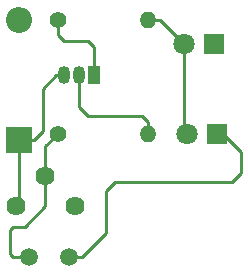
<source format=gbr>
%TF.GenerationSoftware,KiCad,Pcbnew,(6.0.0)*%
%TF.CreationDate,2022-01-11T14:15:25-05:00*%
%TF.ProjectId,automatic_night_light,6175746f-6d61-4746-9963-5f6e69676874,1*%
%TF.SameCoordinates,Original*%
%TF.FileFunction,Copper,L1,Top*%
%TF.FilePolarity,Positive*%
%FSLAX46Y46*%
G04 Gerber Fmt 4.6, Leading zero omitted, Abs format (unit mm)*
G04 Created by KiCad (PCBNEW (6.0.0)) date 2022-01-11 14:15:25*
%MOMM*%
%LPD*%
G01*
G04 APERTURE LIST*
%TA.AperFunction,ComponentPad*%
%ADD10R,2.200000X2.200000*%
%TD*%
%TA.AperFunction,ComponentPad*%
%ADD11O,2.200000X2.200000*%
%TD*%
%TA.AperFunction,ComponentPad*%
%ADD12R,1.800000X1.800000*%
%TD*%
%TA.AperFunction,ComponentPad*%
%ADD13C,1.800000*%
%TD*%
%TA.AperFunction,ComponentPad*%
%ADD14C,1.500000*%
%TD*%
%TA.AperFunction,ComponentPad*%
%ADD15O,1.050000X1.500000*%
%TD*%
%TA.AperFunction,ComponentPad*%
%ADD16R,1.050000X1.500000*%
%TD*%
%TA.AperFunction,ComponentPad*%
%ADD17C,1.620000*%
%TD*%
%TA.AperFunction,ComponentPad*%
%ADD18C,1.400000*%
%TD*%
%TA.AperFunction,ComponentPad*%
%ADD19O,1.400000X1.400000*%
%TD*%
%TA.AperFunction,Conductor*%
%ADD20C,0.250000*%
%TD*%
G04 APERTURE END LIST*
D10*
%TO.P,D1,1,K*%
%TO.N,Net-(D1-Pad1)*%
X128778000Y-70612000D03*
D11*
%TO.P,D1,2,A*%
%TO.N,+9V*%
X128778000Y-60452000D03*
%TD*%
D12*
%TO.P,D3,1,K*%
%TO.N,GND*%
X145288000Y-62484000D03*
D13*
%TO.P,D3,2,A*%
%TO.N,Net-(D2-Pad2)*%
X142748000Y-62484000D03*
%TD*%
%TO.P,D2,2,A*%
%TO.N,Net-(D2-Pad2)*%
X143007000Y-70104000D03*
D12*
%TO.P,D2,1,K*%
%TO.N,GND*%
X145547000Y-70104000D03*
%TD*%
D14*
%TO.P,R1,2*%
%TO.N,GND*%
X133018000Y-80518000D03*
%TO.P,R1,1*%
%TO.N,Net-(R2-Pad1)*%
X129618000Y-80518000D03*
%TD*%
D15*
%TO.P,Q1,2,B*%
%TO.N,Net-(Q1-Pad2)*%
X133858000Y-65172000D03*
%TO.P,Q1,3,C*%
%TO.N,Net-(D1-Pad1)*%
X132588000Y-65172000D03*
D16*
%TO.P,Q1,1,E*%
%TO.N,Net-(Q1-Pad1)*%
X135128000Y-65172000D03*
%TD*%
D17*
%TO.P,RV1,3,3*%
%TO.N,unconnected-(RV1-Pad3)*%
X133524000Y-76200000D03*
%TO.P,RV1,2,2*%
%TO.N,Net-(R2-Pad1)*%
X131024000Y-73700000D03*
%TO.P,RV1,1,1*%
%TO.N,Net-(D1-Pad1)*%
X128524000Y-76200000D03*
%TD*%
D18*
%TO.P,R3,1*%
%TO.N,Net-(Q1-Pad1)*%
X132080000Y-60452000D03*
D19*
%TO.P,R3,2*%
%TO.N,Net-(D2-Pad2)*%
X139700000Y-60452000D03*
%TD*%
D18*
%TO.P,R2,1*%
%TO.N,Net-(R2-Pad1)*%
X132080000Y-70104000D03*
D19*
%TO.P,R2,2*%
%TO.N,Net-(Q1-Pad2)*%
X139700000Y-70104000D03*
%TD*%
D20*
%TO.N,Net-(D2-Pad2)*%
X142748000Y-69845000D02*
X143007000Y-70104000D01*
X142748000Y-62484000D02*
X142748000Y-69845000D01*
%TO.N,GND*%
X146050000Y-70104000D02*
X145547000Y-70104000D01*
X147574000Y-71628000D02*
X146050000Y-70104000D01*
X147574000Y-73406000D02*
X147574000Y-71628000D01*
X146812000Y-74168000D02*
X147574000Y-73406000D01*
X136144000Y-74930000D02*
X136906000Y-74168000D01*
X134112000Y-80518000D02*
X136144000Y-78486000D01*
X133018000Y-80518000D02*
X134112000Y-80518000D01*
X136906000Y-74168000D02*
X146812000Y-74168000D01*
X136144000Y-78486000D02*
X136144000Y-74930000D01*
%TO.N,Net-(Q1-Pad1)*%
X134620000Y-62230000D02*
X135128000Y-62738000D01*
X132588000Y-62230000D02*
X134620000Y-62230000D01*
X132080000Y-61722000D02*
X132588000Y-62230000D01*
X135128000Y-62738000D02*
X135128000Y-65172000D01*
X132080000Y-60452000D02*
X132080000Y-61722000D01*
%TO.N,Net-(Q1-Pad2)*%
X139192000Y-68580000D02*
X134620000Y-68580000D01*
X139700000Y-69088000D02*
X139192000Y-68580000D01*
X134620000Y-68580000D02*
X133858000Y-67818000D01*
X133858000Y-67818000D02*
X133858000Y-65172000D01*
X139700000Y-70104000D02*
X139700000Y-69088000D01*
%TO.N,Net-(R2-Pad1)*%
X128270000Y-80518000D02*
X129618000Y-80518000D01*
X128016000Y-78232000D02*
X128016000Y-80264000D01*
X128016000Y-80264000D02*
X128270000Y-80518000D01*
X128270000Y-77978000D02*
X128016000Y-78232000D01*
X129286000Y-77978000D02*
X128270000Y-77978000D01*
%TO.N,Net-(D1-Pad1)*%
X131932000Y-65172000D02*
X132588000Y-65172000D01*
X130810000Y-66294000D02*
X131932000Y-65172000D01*
X130810000Y-69850000D02*
X130810000Y-66294000D01*
X130048000Y-70612000D02*
X130810000Y-69850000D01*
X128778000Y-70612000D02*
X130048000Y-70612000D01*
%TO.N,Net-(R2-Pad1)*%
X131024000Y-76240000D02*
X129286000Y-77978000D01*
X131024000Y-73700000D02*
X131024000Y-76240000D01*
X131024000Y-73700000D02*
X131024000Y-71160000D01*
X131024000Y-71160000D02*
X132080000Y-70104000D01*
%TO.N,Net-(D1-Pad1)*%
X128778000Y-75946000D02*
X128524000Y-76200000D01*
X128778000Y-70612000D02*
X128778000Y-75946000D01*
%TO.N,Net-(D2-Pad2)*%
X140716000Y-60452000D02*
X139700000Y-60452000D01*
X142748000Y-62484000D02*
X140716000Y-60452000D01*
%TD*%
M02*

</source>
